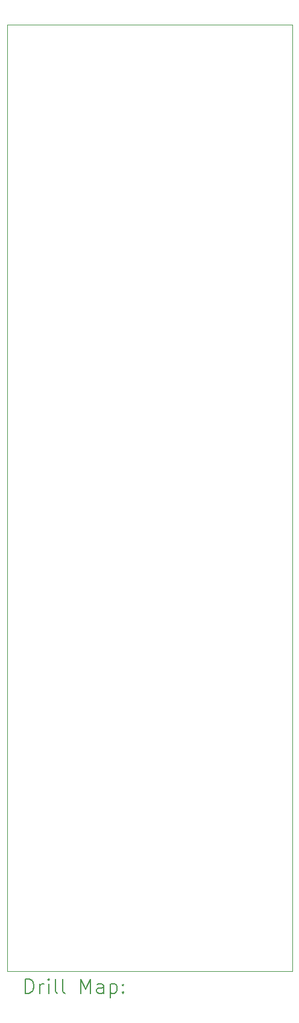
<source format=gbr>
%FSLAX45Y45*%
G04 Gerber Fmt 4.5, Leading zero omitted, Abs format (unit mm)*
G04 Created by KiCad (PCBNEW (6.0.1)) date 2022-02-07 18:00:14*
%MOMM*%
%LPD*%
G01*
G04 APERTURE LIST*
%TA.AperFunction,Profile*%
%ADD10C,0.050000*%
%TD*%
%ADD11C,0.200000*%
G04 APERTURE END LIST*
D10*
X11750000Y-1950000D02*
X11750000Y-14550000D01*
X11750000Y-1950000D02*
X15750000Y-1950000D01*
X15750000Y-1950000D02*
X15750000Y-15250000D01*
X15750000Y-15250000D02*
X11750000Y-15250000D01*
X11750000Y-15250000D02*
X11750000Y-14550000D01*
D11*
X12005119Y-15562976D02*
X12005119Y-15362976D01*
X12052738Y-15362976D01*
X12081309Y-15372500D01*
X12100357Y-15391548D01*
X12109881Y-15410595D01*
X12119405Y-15448690D01*
X12119405Y-15477262D01*
X12109881Y-15515357D01*
X12100357Y-15534405D01*
X12081309Y-15553452D01*
X12052738Y-15562976D01*
X12005119Y-15562976D01*
X12205119Y-15562976D02*
X12205119Y-15429643D01*
X12205119Y-15467738D02*
X12214643Y-15448690D01*
X12224166Y-15439167D01*
X12243214Y-15429643D01*
X12262262Y-15429643D01*
X12328928Y-15562976D02*
X12328928Y-15429643D01*
X12328928Y-15362976D02*
X12319405Y-15372500D01*
X12328928Y-15382024D01*
X12338452Y-15372500D01*
X12328928Y-15362976D01*
X12328928Y-15382024D01*
X12452738Y-15562976D02*
X12433690Y-15553452D01*
X12424166Y-15534405D01*
X12424166Y-15362976D01*
X12557500Y-15562976D02*
X12538452Y-15553452D01*
X12528928Y-15534405D01*
X12528928Y-15362976D01*
X12786071Y-15562976D02*
X12786071Y-15362976D01*
X12852738Y-15505833D01*
X12919405Y-15362976D01*
X12919405Y-15562976D01*
X13100357Y-15562976D02*
X13100357Y-15458214D01*
X13090833Y-15439167D01*
X13071786Y-15429643D01*
X13033690Y-15429643D01*
X13014643Y-15439167D01*
X13100357Y-15553452D02*
X13081309Y-15562976D01*
X13033690Y-15562976D01*
X13014643Y-15553452D01*
X13005119Y-15534405D01*
X13005119Y-15515357D01*
X13014643Y-15496309D01*
X13033690Y-15486786D01*
X13081309Y-15486786D01*
X13100357Y-15477262D01*
X13195595Y-15429643D02*
X13195595Y-15629643D01*
X13195595Y-15439167D02*
X13214643Y-15429643D01*
X13252738Y-15429643D01*
X13271786Y-15439167D01*
X13281309Y-15448690D01*
X13290833Y-15467738D01*
X13290833Y-15524881D01*
X13281309Y-15543928D01*
X13271786Y-15553452D01*
X13252738Y-15562976D01*
X13214643Y-15562976D01*
X13195595Y-15553452D01*
X13376547Y-15543928D02*
X13386071Y-15553452D01*
X13376547Y-15562976D01*
X13367024Y-15553452D01*
X13376547Y-15543928D01*
X13376547Y-15562976D01*
X13376547Y-15439167D02*
X13386071Y-15448690D01*
X13376547Y-15458214D01*
X13367024Y-15448690D01*
X13376547Y-15439167D01*
X13376547Y-15458214D01*
M02*

</source>
